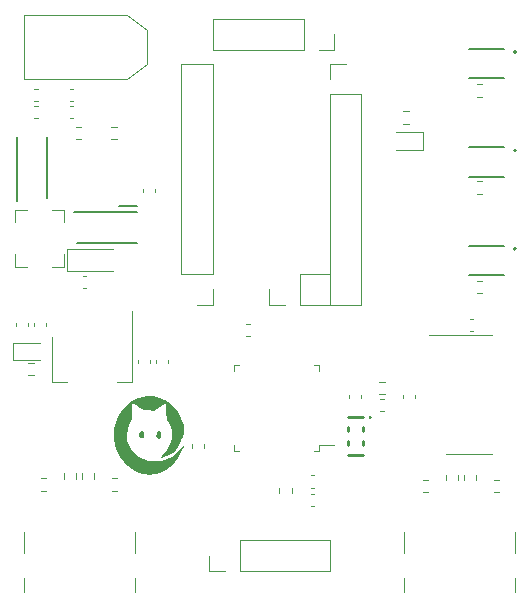
<source format=gto>
G04 EasyEDA Pro v1.9.28, 2023-01-14 19:19:00*
G04 Gerber Generator version 0.3*%TF.GenerationSoftware,KiCad,Pcbnew,7.0.5*%
%TF.CreationDate,2023-08-17T05:26:58+08:00*%
%TF.ProjectId,TMC2209_TestBoard,544d4332-3230-4395-9f54-657374426f61,rev?*%
%TF.SameCoordinates,Original*%
%TF.FileFunction,Legend,Top*%
%TF.FilePolarity,Positive*%
%FSLAX46Y46*%
G04 Gerber Fmt 4.6, Leading zero omitted, Abs format (unit mm)*
G04 Created by KiCad (PCBNEW 7.0.5) date 2023-08-17 05:26:58*
%MOMM*%
%LPD*%
G01*
G04 APERTURE LIST*
%ADD10C,0.120000*%
%ADD11C,0.200000*%
%ADD12C,0.254000*%
G04 APERTURE END LIST*
%TO.C,G\u002A\u002A\u002A*%
G36*
X89955308Y-75401557D02*
G01*
X90033672Y-75521737D01*
X90062598Y-75700488D01*
X90036394Y-75878503D01*
X90006967Y-75939733D01*
X89907362Y-76014597D01*
X89787301Y-76010054D01*
X89687742Y-75932874D01*
X89662715Y-75882836D01*
X89634561Y-75686044D01*
X89675186Y-75514056D01*
X89765445Y-75398365D01*
X89886190Y-75370466D01*
X89955308Y-75401557D01*
G37*
G36*
X91421310Y-75395010D02*
G01*
X91495698Y-75514654D01*
X91541417Y-75712596D01*
X91516340Y-75885052D01*
X91430749Y-75997187D01*
X91346143Y-76021230D01*
X91235867Y-75993920D01*
X91169116Y-75939733D01*
X91118556Y-75779930D01*
X91131674Y-75598092D01*
X91195653Y-75439432D01*
X91297677Y-75349164D01*
X91338525Y-75342086D01*
X91421310Y-75395010D01*
G37*
G36*
X90837974Y-72451243D02*
G01*
X91191287Y-72529026D01*
X91548838Y-72645907D01*
X91877516Y-72791447D01*
X92092451Y-72918086D01*
X92484683Y-73240465D01*
X92826739Y-73631394D01*
X93106869Y-74074701D01*
X93313321Y-74554212D01*
X93338769Y-74633337D01*
X93417684Y-74948673D01*
X93443123Y-75235158D01*
X93413807Y-75533001D01*
X93328456Y-75882406D01*
X93295572Y-75991012D01*
X93149160Y-76386518D01*
X92971516Y-76718338D01*
X92752191Y-76996559D01*
X92480733Y-77231268D01*
X92146694Y-77432552D01*
X91739623Y-77610498D01*
X91545494Y-77680315D01*
X91451004Y-77694750D01*
X91429297Y-77656448D01*
X91476177Y-77578592D01*
X91587451Y-77474367D01*
X91618672Y-77450315D01*
X91891697Y-77190913D01*
X92121040Y-76863073D01*
X92295540Y-76490015D01*
X92404037Y-76094962D01*
X92436055Y-75749573D01*
X92403590Y-75420732D01*
X92316270Y-75062826D01*
X92189203Y-74729240D01*
X92100228Y-74563061D01*
X92042712Y-74461632D01*
X92004684Y-74357613D01*
X91980772Y-74218474D01*
X91965607Y-74011682D01*
X91953815Y-73704706D01*
X91952686Y-73669516D01*
X91930676Y-72977722D01*
X91418856Y-73336682D01*
X90907037Y-73695641D01*
X90472409Y-73645131D01*
X90263394Y-73614941D01*
X90092036Y-73571474D01*
X89927343Y-73502350D01*
X89738323Y-73395188D01*
X89558055Y-73279851D01*
X89369961Y-73157241D01*
X89213764Y-73056954D01*
X89105884Y-72989423D01*
X89062821Y-72965081D01*
X89056549Y-73028392D01*
X89051493Y-73199919D01*
X89048236Y-73452055D01*
X89047314Y-73701614D01*
X89045709Y-74032592D01*
X89038877Y-74256081D01*
X89023790Y-74400377D01*
X88997424Y-74493776D01*
X88956751Y-74564575D01*
X88954710Y-74567440D01*
X88788295Y-74884227D01*
X88674122Y-75276240D01*
X88620128Y-75701330D01*
X88634251Y-76117343D01*
X88646972Y-76201666D01*
X88751082Y-76551628D01*
X88933163Y-76887332D01*
X89183165Y-77197449D01*
X89491038Y-77470648D01*
X89846731Y-77695600D01*
X90060647Y-77795287D01*
X90248367Y-77864308D01*
X90427998Y-77909384D01*
X90626754Y-77934721D01*
X90871850Y-77944526D01*
X91028250Y-77944875D01*
X91563968Y-77900398D01*
X92038969Y-77770478D01*
X92463478Y-77550099D01*
X92847724Y-77234250D01*
X93128314Y-76915498D01*
X93258080Y-76752350D01*
X93360997Y-76629570D01*
X93419431Y-76567986D01*
X93425455Y-76564546D01*
X93447736Y-76615090D01*
X93443364Y-76713524D01*
X93416378Y-76779608D01*
X93376993Y-76843530D01*
X93304702Y-76990141D01*
X93214758Y-77188420D01*
X93209867Y-77199602D01*
X92970063Y-77642611D01*
X92660488Y-78047864D01*
X92298403Y-78398145D01*
X91901066Y-78676238D01*
X91570757Y-78834655D01*
X91396317Y-78903026D01*
X91236941Y-78968538D01*
X91135176Y-79013341D01*
X91028516Y-79040558D01*
X90859000Y-79058584D01*
X90650562Y-79067554D01*
X90427139Y-79067604D01*
X90212666Y-79058868D01*
X90031079Y-79041483D01*
X89906314Y-79015584D01*
X89883709Y-79006259D01*
X89785658Y-78961457D01*
X89634807Y-78898684D01*
X89465511Y-78832186D01*
X89051315Y-78623504D01*
X88668817Y-78331858D01*
X88326439Y-77970518D01*
X88032604Y-77552755D01*
X87795733Y-77091840D01*
X87624248Y-76601044D01*
X87526571Y-76093637D01*
X87506608Y-75745471D01*
X87549052Y-75235939D01*
X87671153Y-74728482D01*
X87864977Y-74238885D01*
X88122589Y-73782933D01*
X88436055Y-73376409D01*
X88797439Y-73035097D01*
X88912454Y-72948881D01*
X89217567Y-72769622D01*
X89576355Y-72616870D01*
X89955027Y-72501667D01*
X90319789Y-72435054D01*
X90522010Y-72422996D01*
X90837974Y-72451243D01*
G37*
D10*
%TO.C,J6*%
X79930000Y-85750000D02*
X79930000Y-83950000D01*
X79930000Y-87850000D02*
X79930000Y-89000000D01*
X89270000Y-85750000D02*
X89270000Y-83950000D01*
X89270000Y-87850000D02*
X89270000Y-89000000D01*
%TO.C,U1*%
X104880000Y-77050000D02*
X104880000Y-76600000D01*
X104880000Y-76600000D02*
X106170000Y-76600000D01*
X104880000Y-69830000D02*
X104880000Y-70280000D01*
X104430000Y-77050000D02*
X104880000Y-77050000D01*
X104430000Y-69830000D02*
X104880000Y-69830000D01*
X98110000Y-77050000D02*
X97660000Y-77050000D01*
X98110000Y-69830000D02*
X97660000Y-69830000D01*
X97660000Y-77050000D02*
X97660000Y-76600000D01*
X97660000Y-69830000D02*
X97660000Y-70280000D01*
%TO.C,L1*%
X83322000Y-56690000D02*
X82297000Y-56690000D01*
X83322000Y-56690000D02*
X83322000Y-57715000D01*
X79102000Y-56690000D02*
X80127000Y-56690000D01*
X79102000Y-56690000D02*
X79102000Y-57715000D01*
X83322000Y-61460000D02*
X83322000Y-60435000D01*
X83322000Y-61460000D02*
X82297000Y-61460000D01*
X79102000Y-61460000D02*
X79102000Y-60435000D01*
X79102000Y-61460000D02*
X80127000Y-61460000D01*
%TO.C,R6*%
X118712258Y-55282500D02*
X118237742Y-55282500D01*
X118712258Y-54237500D02*
X118237742Y-54237500D01*
%TO.C,C11*%
X81055580Y-47410000D02*
X80774420Y-47410000D01*
X81055580Y-46390000D02*
X80774420Y-46390000D01*
%TO.C,C12*%
X83565000Y-59955000D02*
X83565000Y-61825000D01*
X83565000Y-61825000D02*
X87475000Y-61825000D01*
X87475000Y-59955000D02*
X83565000Y-59955000D01*
%TO.C,C9*%
X89980000Y-55155580D02*
X89980000Y-54874420D01*
X91000000Y-55155580D02*
X91000000Y-54874420D01*
D11*
%TO.C,D2*%
X84380000Y-59480000D02*
X89480000Y-59480000D01*
X89480000Y-56880000D02*
X84105000Y-56880000D01*
%TO.C,IC1*%
X89457000Y-56315000D02*
X87932000Y-56315000D01*
D12*
%TO.C,R2*%
X107294430Y-74212570D02*
X108594430Y-74212570D01*
X108594430Y-75005570D02*
X108594430Y-75384570D01*
X107294430Y-75029570D02*
X107294430Y-75408570D01*
X108594430Y-76229570D02*
X108594430Y-76608570D01*
X107294430Y-76229570D02*
X107294430Y-76608570D01*
X108594430Y-77412570D02*
X107294430Y-77412570D01*
X109218570Y-74253570D02*
G75*
G03*
X109218570Y-74253570I-46140J0D01*
G01*
D10*
%TO.C,J4*%
X95555000Y-87270000D02*
X95555000Y-85940000D01*
X96885000Y-87270000D02*
X95555000Y-87270000D01*
X98155000Y-87270000D02*
X105835000Y-87270000D01*
X98155000Y-87270000D02*
X98155000Y-84610000D01*
X105835000Y-87270000D02*
X105835000Y-84610000D01*
X98155000Y-84610000D02*
X105835000Y-84610000D01*
%TO.C,D4*%
X78997500Y-67905000D02*
X78997500Y-69375000D01*
X78997500Y-69375000D02*
X81282500Y-69375000D01*
X81282500Y-67905000D02*
X78997500Y-67905000D01*
%TO.C,R11*%
X120152258Y-80587500D02*
X119677742Y-80587500D01*
X120152258Y-79542500D02*
X119677742Y-79542500D01*
%TO.C,C13*%
X83764420Y-46390000D02*
X84045580Y-46390000D01*
X83764420Y-47410000D02*
X84045580Y-47410000D01*
%TO.C,R9*%
X84292742Y-49627500D02*
X84767258Y-49627500D01*
X84292742Y-50672500D02*
X84767258Y-50672500D01*
%TO.C,R12*%
X116672500Y-79077742D02*
X116672500Y-79552258D01*
X115627500Y-79077742D02*
X115627500Y-79552258D01*
%TO.C,J8*%
X103580000Y-40460000D02*
X95900000Y-40460000D01*
X103580000Y-40460000D02*
X103580000Y-43120000D01*
X95900000Y-40460000D02*
X95900000Y-43120000D01*
X106180000Y-41790000D02*
X106180000Y-43120000D01*
X106180000Y-43120000D02*
X104850000Y-43120000D01*
X103580000Y-43120000D02*
X95900000Y-43120000D01*
%TO.C,C16*%
X80230000Y-66229420D02*
X80230000Y-66510580D01*
X79210000Y-66229420D02*
X79210000Y-66510580D01*
D11*
%TO.C,S3*%
X117570000Y-59680000D02*
X120570000Y-59680000D01*
X117570000Y-62180000D02*
X120570000Y-62180000D01*
X121565000Y-59959000D02*
G75*
G03*
X121565000Y-59959000I-100000J0D01*
G01*
D10*
%TO.C,R3*%
X101517500Y-80662258D02*
X101517500Y-80187742D01*
X102562500Y-80662258D02*
X102562500Y-80187742D01*
%TO.C,C17*%
X81740000Y-66229420D02*
X81740000Y-66510580D01*
X80720000Y-66229420D02*
X80720000Y-66510580D01*
D11*
%TO.C,D3*%
X81870000Y-55630000D02*
X81870000Y-50530000D01*
X79270000Y-50530000D02*
X79270000Y-55905000D01*
%TO.C,S2*%
X117570000Y-51360000D02*
X120570000Y-51360000D01*
X117570000Y-53860000D02*
X120570000Y-53860000D01*
X121565000Y-51639000D02*
G75*
G03*
X121565000Y-51639000I-100000J0D01*
G01*
D10*
%TO.C,R1*%
X110442258Y-72242500D02*
X109967742Y-72242500D01*
X110442258Y-71197500D02*
X109967742Y-71197500D01*
%TO.C,R15*%
X81312742Y-79397500D02*
X81787258Y-79397500D01*
X81312742Y-80442500D02*
X81787258Y-80442500D01*
%TO.C,D1*%
X113665000Y-51555000D02*
X113665000Y-50085000D01*
X113665000Y-50085000D02*
X111380000Y-50085000D01*
X111380000Y-51555000D02*
X113665000Y-51555000D01*
%TO.C,R14*%
X80707258Y-70672500D02*
X80232742Y-70672500D01*
X80707258Y-69627500D02*
X80232742Y-69627500D01*
%TO.C,C4*%
X110064420Y-72710000D02*
X110345580Y-72710000D01*
X110064420Y-73730000D02*
X110345580Y-73730000D01*
%TO.C,J3*%
X100630000Y-64710000D02*
X100630000Y-63380000D01*
X101960000Y-64710000D02*
X100630000Y-64710000D01*
X103230000Y-64710000D02*
X105830000Y-64710000D01*
X103230000Y-64710000D02*
X103230000Y-62050000D01*
X105830000Y-64710000D02*
X105830000Y-62050000D01*
X103230000Y-62050000D02*
X105830000Y-62050000D01*
%TO.C,J5*%
X112100000Y-85750000D02*
X112100000Y-83950000D01*
X112100000Y-87850000D02*
X112100000Y-89000000D01*
X121440000Y-85750000D02*
X121440000Y-83950000D01*
X121440000Y-87850000D02*
X121440000Y-89000000D01*
%TO.C,C3*%
X108460000Y-72329420D02*
X108460000Y-72610580D01*
X107440000Y-72329420D02*
X107440000Y-72610580D01*
%TO.C,C18*%
X91060000Y-69650580D02*
X91060000Y-69369420D01*
X92080000Y-69650580D02*
X92080000Y-69369420D01*
%TO.C,J1*%
X95885000Y-64710000D02*
X94555000Y-64710000D01*
X95885000Y-63380000D02*
X95885000Y-64710000D01*
X95885000Y-62110000D02*
X95885000Y-44270000D01*
X95885000Y-62110000D02*
X93225000Y-62110000D01*
X95885000Y-44270000D02*
X93225000Y-44270000D01*
X93225000Y-62110000D02*
X93225000Y-44270000D01*
%TO.C,C8*%
X117955580Y-66880000D02*
X117674420Y-66880000D01*
X117955580Y-65860000D02*
X117674420Y-65860000D01*
%TO.C,J2*%
X105815000Y-44270000D02*
X107145000Y-44270000D01*
X105815000Y-45600000D02*
X105815000Y-44270000D01*
X105815000Y-46870000D02*
X105815000Y-64710000D01*
X105815000Y-46870000D02*
X108475000Y-46870000D01*
X105815000Y-64710000D02*
X108475000Y-64710000D01*
X108475000Y-46870000D02*
X108475000Y-64710000D01*
%TO.C,R5*%
X118712258Y-47072500D02*
X118237742Y-47072500D01*
X118712258Y-46027500D02*
X118237742Y-46027500D01*
%TO.C,C1*%
X94150000Y-76790580D02*
X94150000Y-76509420D01*
X95170000Y-76790580D02*
X95170000Y-76509420D01*
%TO.C,R16*%
X87792258Y-80442500D02*
X87317742Y-80442500D01*
X87792258Y-79397500D02*
X87317742Y-79397500D01*
%TO.C,R17*%
X84322500Y-78932742D02*
X84322500Y-79407258D01*
X83277500Y-78932742D02*
X83277500Y-79407258D01*
%TO.C,R4*%
X112457258Y-49352500D02*
X111982742Y-49352500D01*
X112457258Y-48307500D02*
X111982742Y-48307500D01*
%TO.C,C7*%
X111950000Y-72610580D02*
X111950000Y-72329420D01*
X112970000Y-72610580D02*
X112970000Y-72329420D01*
%TO.C,C6*%
X104470580Y-81700000D02*
X104189420Y-81700000D01*
X104470580Y-80680000D02*
X104189420Y-80680000D01*
%TO.C,U2*%
X117610000Y-67250000D02*
X114160000Y-67250000D01*
X117610000Y-67250000D02*
X119560000Y-67250000D01*
X117610000Y-77370000D02*
X115660000Y-77370000D01*
X117610000Y-77370000D02*
X119560000Y-77370000D01*
%TO.C,C2*%
X104470580Y-80170000D02*
X104189420Y-80170000D01*
X104470580Y-79150000D02*
X104189420Y-79150000D01*
%TO.C,C15*%
X81055580Y-48907500D02*
X80774420Y-48907500D01*
X81055580Y-47887500D02*
X80774420Y-47887500D01*
%TO.C,R18*%
X85832500Y-78932742D02*
X85832500Y-79407258D01*
X84787500Y-78932742D02*
X84787500Y-79407258D01*
%TO.C,R7*%
X118712258Y-63692500D02*
X118237742Y-63692500D01*
X118712258Y-62647500D02*
X118237742Y-62647500D01*
%TO.C,C10*%
X84869420Y-62230000D02*
X85150580Y-62230000D01*
X84869420Y-63250000D02*
X85150580Y-63250000D01*
%TO.C,U3*%
X89070000Y-65190000D02*
X89070000Y-71200000D01*
X82250000Y-67440000D02*
X82250000Y-71200000D01*
X89070000Y-71200000D02*
X87810000Y-71200000D01*
X82250000Y-71200000D02*
X83510000Y-71200000D01*
%TO.C,J7*%
X90350000Y-44290000D02*
X90350000Y-41470000D01*
X90350000Y-44290000D02*
X88650000Y-45590000D01*
X90350000Y-41470000D02*
X88650000Y-40170000D01*
X88650000Y-45590000D02*
X79930000Y-45590000D01*
X88650000Y-40170000D02*
X79930000Y-40170000D01*
X79930000Y-45590000D02*
X79930000Y-40170000D01*
%TO.C,C5*%
X98719420Y-66350000D02*
X99000580Y-66350000D01*
X98719420Y-67370000D02*
X99000580Y-67370000D01*
%TO.C,C14*%
X83764420Y-47887500D02*
X84045580Y-47887500D01*
X83764420Y-48907500D02*
X84045580Y-48907500D01*
%TO.C,C19*%
X89540000Y-69650580D02*
X89540000Y-69369420D01*
X90560000Y-69650580D02*
X90560000Y-69369420D01*
%TO.C,R8*%
X87307742Y-49627500D02*
X87782258Y-49627500D01*
X87307742Y-50672500D02*
X87782258Y-50672500D01*
D11*
%TO.C,S1*%
X117570000Y-43020000D02*
X120570000Y-43020000D01*
X117570000Y-45520000D02*
X120570000Y-45520000D01*
X121565000Y-43299000D02*
G75*
G03*
X121565000Y-43299000I-100000J0D01*
G01*
D10*
%TO.C,R13*%
X118182500Y-79077742D02*
X118182500Y-79552258D01*
X117137500Y-79077742D02*
X117137500Y-79552258D01*
%TO.C,R10*%
X113652742Y-79542500D02*
X114127258Y-79542500D01*
X113652742Y-80587500D02*
X114127258Y-80587500D01*
%TD*%
M02*

</source>
